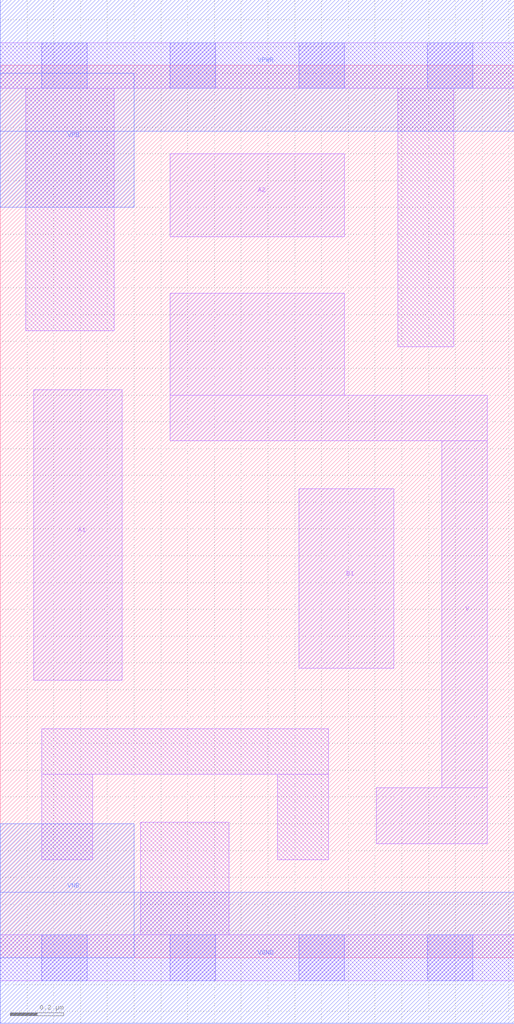
<source format=lef>
# Copyright 2020 The SkyWater PDK Authors
#
# Licensed under the Apache License, Version 2.0 (the "License");
# you may not use this file except in compliance with the License.
# You may obtain a copy of the License at
#
#     https://www.apache.org/licenses/LICENSE-2.0
#
# Unless required by applicable law or agreed to in writing, software
# distributed under the License is distributed on an "AS IS" BASIS,
# WITHOUT WARRANTIES OR CONDITIONS OF ANY KIND, either express or implied.
# See the License for the specific language governing permissions and
# limitations under the License.
#
# SPDX-License-Identifier: Apache-2.0

VERSION 5.5 ;
NAMESCASESENSITIVE ON ;
BUSBITCHARS "[]" ;
DIVIDERCHAR "/" ;
MACRO sky130_fd_sc_lp__o21ai_m
  CLASS CORE ;
  SOURCE USER ;
  ORIGIN  0.000000  0.000000 ;
  SIZE  1.920000 BY  3.330000 ;
  SYMMETRY X Y R90 ;
  SITE unit ;
  PIN A1
    ANTENNAGATEAREA  0.126000 ;
    DIRECTION INPUT ;
    USE SIGNAL ;
    PORT
      LAYER li1 ;
        RECT 0.125000 1.035000 0.455000 2.120000 ;
    END
  END A1
  PIN A2
    ANTENNAGATEAREA  0.126000 ;
    DIRECTION INPUT ;
    USE SIGNAL ;
    PORT
      LAYER li1 ;
        RECT 0.635000 2.690000 1.285000 3.000000 ;
    END
  END A2
  PIN B1
    ANTENNAGATEAREA  0.126000 ;
    DIRECTION INPUT ;
    USE SIGNAL ;
    PORT
      LAYER li1 ;
        RECT 1.115000 1.080000 1.470000 1.750000 ;
    END
  END B1
  PIN Y
    ANTENNADIFFAREA  0.283500 ;
    DIRECTION OUTPUT ;
    USE SIGNAL ;
    PORT
      LAYER li1 ;
        RECT 0.635000 1.930000 1.820000 2.100000 ;
        RECT 0.635000 2.100000 1.285000 2.480000 ;
        RECT 1.405000 0.425000 1.820000 0.635000 ;
        RECT 1.650000 0.635000 1.820000 1.930000 ;
    END
  END Y
  PIN VGND
    DIRECTION INOUT ;
    USE GROUND ;
    PORT
      LAYER met1 ;
        RECT 0.000000 -0.245000 1.920000 0.245000 ;
    END
  END VGND
  PIN VNB
    DIRECTION INOUT ;
    USE GROUND ;
    PORT
      LAYER met1 ;
        RECT 0.000000 0.000000 0.500000 0.500000 ;
    END
  END VNB
  PIN VPB
    DIRECTION INOUT ;
    USE POWER ;
    PORT
      LAYER met1 ;
        RECT 0.000000 2.800000 0.500000 3.300000 ;
    END
  END VPB
  PIN VPWR
    DIRECTION INOUT ;
    USE POWER ;
    PORT
      LAYER met1 ;
        RECT 0.000000 3.085000 1.920000 3.575000 ;
    END
  END VPWR
  OBS
    LAYER li1 ;
      RECT 0.000000 -0.085000 1.920000 0.085000 ;
      RECT 0.000000  3.245000 1.920000 3.415000 ;
      RECT 0.095000  2.340000 0.425000 3.245000 ;
      RECT 0.155000  0.365000 0.345000 0.685000 ;
      RECT 0.155000  0.685000 1.225000 0.855000 ;
      RECT 0.525000  0.085000 0.855000 0.505000 ;
      RECT 1.035000  0.365000 1.225000 0.685000 ;
      RECT 1.485000  2.280000 1.695000 3.245000 ;
    LAYER mcon ;
      RECT 0.155000 -0.085000 0.325000 0.085000 ;
      RECT 0.155000  3.245000 0.325000 3.415000 ;
      RECT 0.635000 -0.085000 0.805000 0.085000 ;
      RECT 0.635000  3.245000 0.805000 3.415000 ;
      RECT 1.115000 -0.085000 1.285000 0.085000 ;
      RECT 1.115000  3.245000 1.285000 3.415000 ;
      RECT 1.595000 -0.085000 1.765000 0.085000 ;
      RECT 1.595000  3.245000 1.765000 3.415000 ;
  END
END sky130_fd_sc_lp__o21ai_m
END LIBRARY

</source>
